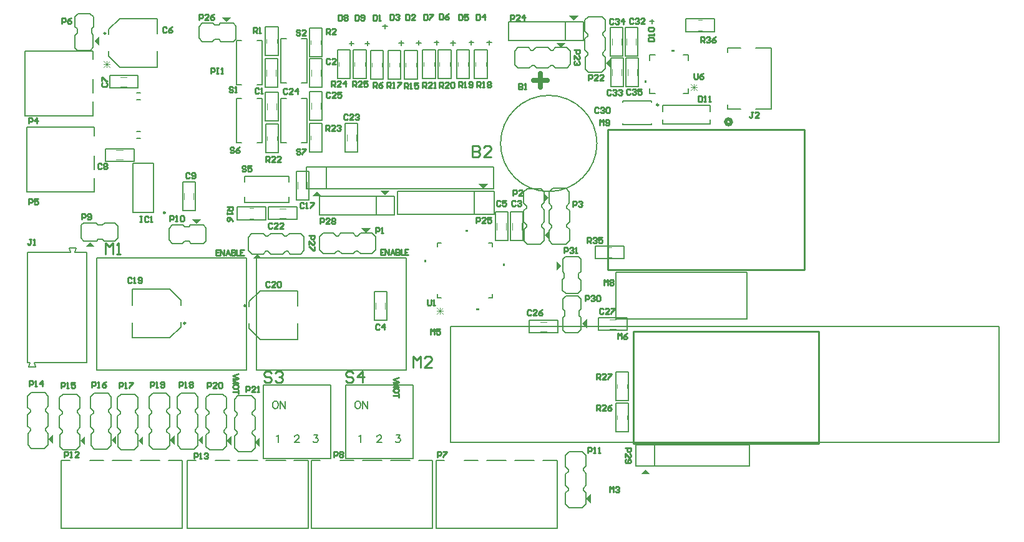
<source format=gto>
G04*
G04 #@! TF.GenerationSoftware,Altium Limited,Altium Designer,18.1.6 (161)*
G04*
G04 Layer_Color=65535*
%FSTAX24Y24*%
%MOIN*%
G70*
G01*
G75*
%ADD10C,0.0098*%
%ADD11C,0.0080*%
%ADD12C,0.0200*%
%ADD13C,0.0050*%
%ADD14C,0.0040*%
%ADD15C,0.0079*%
%ADD16C,0.0070*%
%ADD17C,0.0100*%
%ADD18C,0.0060*%
%ADD19C,0.0250*%
%ADD20C,0.0030*%
G36*
X01136Y0272D02*
X01161Y02695D01*
Y02745D01*
X01136Y0272D01*
D02*
G37*
G36*
X01306Y02712D02*
X01331Y02687D01*
Y02737D01*
X01306Y02712D01*
D02*
G37*
G36*
X01472Y02716D02*
X01497Y02691D01*
Y02741D01*
X01472Y02716D01*
D02*
G37*
G36*
X01616Y02712D02*
X01641Y02687D01*
Y02737D01*
X01616Y02712D01*
D02*
G37*
G36*
X01784Y02716D02*
X01809Y02691D01*
Y02741D01*
X01784Y02716D01*
D02*
G37*
G36*
X01936D02*
X01961Y02691D01*
Y02741D01*
X01936Y02716D01*
D02*
G37*
G36*
X02088Y02712D02*
X02113Y02687D01*
Y02737D01*
X02088Y02712D01*
D02*
G37*
G36*
X0224Y02704D02*
X02265Y02679D01*
Y02729D01*
X0224Y02704D01*
D02*
G37*
G36*
X01359Y03774D02*
X01334Y03749D01*
X01384D01*
X01359Y03774D01*
D02*
G37*
G36*
X01928Y03872D02*
X01953Y03897D01*
X01903D01*
X01928Y03872D01*
D02*
G37*
G36*
X013819Y0485D02*
X014069Y04825D01*
Y04875D01*
X013819Y0485D01*
D02*
G37*
G36*
X02088Y04952D02*
X02113Y04977D01*
X02063D01*
X02088Y04952D01*
D02*
G37*
G36*
X02252Y037103D02*
X02227Y036853D01*
X02277D01*
X02252Y037103D01*
D02*
G37*
G36*
X0257Y04045D02*
X02545Y0402D01*
X02595D01*
X0257Y04045D01*
D02*
G37*
G36*
X028331Y03824D02*
X028581Y03849D01*
X028081D01*
X028331Y03824D01*
D02*
G37*
G36*
X029331Y04026D02*
X029581Y04051D01*
X029081D01*
X029331Y04026D01*
D02*
G37*
G36*
X039428Y0496D02*
X039178Y04985D01*
X039678D01*
X039428Y0496D01*
D02*
G37*
G36*
X03875Y04816D02*
X0385Y04841D01*
X039D01*
X03875Y04816D01*
D02*
G37*
G36*
X044787Y047925D02*
X044637D01*
Y048025D01*
X044787D01*
Y047925D01*
D02*
G37*
G36*
X04137Y04707D02*
X04112Y04732D01*
X04137Y04757D01*
Y04707D01*
D02*
G37*
G36*
X04331Y046251D02*
X04321D01*
Y046401D01*
X04331D01*
Y046251D01*
D02*
G37*
G36*
X0346Y0406D02*
X03435Y04085D01*
X03485D01*
X0346Y0406D01*
D02*
G37*
G36*
X03808Y04013D02*
X03783Y03988D01*
Y04038D01*
X03808Y04013D01*
D02*
G37*
G36*
X033773Y03829D02*
X033623D01*
Y03839D01*
X033773D01*
Y03829D01*
D02*
G37*
G36*
X038102Y03787D02*
X037852Y03812D01*
X038102Y03837D01*
Y03787D01*
D02*
G37*
G36*
X03155Y036657D02*
X03145D01*
Y036807D01*
X03155D01*
Y036657D01*
D02*
G37*
G36*
X03575Y03646D02*
X03565D01*
Y03661D01*
X03575D01*
Y03646D01*
D02*
G37*
G36*
X03875Y03648D02*
X0385Y03623D01*
Y03673D01*
X03875Y03648D01*
D02*
G37*
G36*
X034364Y03409D02*
X034214D01*
Y03419D01*
X034364D01*
Y03409D01*
D02*
G37*
G36*
X04012Y03314D02*
X03987Y03339D01*
X04012Y03364D01*
Y03314D01*
D02*
G37*
G36*
X0435Y02533D02*
X043D01*
X04325Y02558D01*
X0435Y02533D01*
D02*
G37*
G36*
X04033Y02378D02*
X04008Y02403D01*
X04033Y02428D01*
Y02378D01*
D02*
G37*
D10*
X021903Y034352D02*
G03*
X021903Y034352I-000049J0D01*
G01*
X017596Y039321D02*
G03*
X017596Y039321I-000049J0D01*
G01*
X043939Y04509D02*
G03*
X043939Y04509I-000049J0D01*
G01*
X014413Y048922D02*
G03*
X014413Y048922I-000049J0D01*
G01*
X018675Y033408D02*
G03*
X018675Y033408I-000049J0D01*
G01*
D11*
X040654Y043023D02*
G03*
X040654Y043023I-002574J0D01*
G01*
D12*
X04783Y044178D02*
G03*
X04783Y044178I-00015J0D01*
G01*
D13*
X01615Y046D02*
Y04667D01*
X01462Y046D02*
X01615D01*
X01462D02*
Y04667D01*
X01615D01*
X03898Y02372D02*
X03917Y02353D01*
X03898Y02372D02*
Y02434D01*
X03912Y02448D01*
Y02458D01*
X03897Y02473D02*
X03912Y02458D01*
X03897Y02473D02*
Y02533D01*
X03912Y02548D01*
Y02558D01*
X03897Y02573D02*
X03912Y02558D01*
X03897Y02573D02*
Y02633D01*
X03916Y02652D01*
X03988D01*
X04007Y02633D01*
Y02578D02*
Y02633D01*
X03992Y02563D02*
X04007Y02578D01*
X03992Y02553D02*
Y02563D01*
Y02458D02*
X04007Y02473D01*
X03992Y02448D02*
Y02458D01*
Y02448D02*
X04007Y02433D01*
Y02373D02*
Y02433D01*
X03987Y02353D02*
X04007Y02373D01*
X03917Y02353D02*
X03987D01*
X03992Y02553D02*
X04007Y02538D01*
Y02473D02*
Y02538D01*
X0213Y02673D02*
X02149Y02654D01*
X0213Y02673D02*
Y02735D01*
X02144Y02749D01*
Y02759D01*
X02129Y02774D02*
X02144Y02759D01*
X02129Y02774D02*
Y02834D01*
X02144Y02849D01*
Y02859D01*
X02129Y02874D02*
X02144Y02859D01*
X02129Y02874D02*
Y02934D01*
X02148Y02953D01*
X0222D01*
X02239Y02934D01*
Y02879D02*
Y02934D01*
X02224Y02864D02*
X02239Y02879D01*
X02224Y02854D02*
Y02864D01*
Y02759D02*
X02239Y02774D01*
X02224Y02749D02*
Y02759D01*
Y02749D02*
X02239Y02734D01*
Y02674D02*
Y02734D01*
X02219Y02654D02*
X02239Y02674D01*
X02149Y02654D02*
X02219D01*
X02224Y02854D02*
X02239Y02839D01*
Y02774D02*
Y02839D01*
X04057Y03686D02*
Y03754D01*
X04209D01*
Y03686D02*
Y03754D01*
X04057Y03686D02*
X04209D01*
X03703Y03289D02*
Y03356D01*
X03856D01*
Y03289D02*
Y03356D01*
X03703Y03289D02*
X03856D01*
X02876Y0351D02*
X02943D01*
Y03357D02*
Y0351D01*
X02876Y03357D02*
X02943D01*
X02876D02*
Y0351D01*
X041385Y04606D02*
X042055D01*
X041385D02*
Y04759D01*
X042055D01*
Y04606D02*
Y04759D01*
X042195D02*
X042865D01*
Y04606D02*
Y04759D01*
X042195Y04606D02*
X042865D01*
X042195D02*
Y04759D01*
X03218Y048027D02*
X03286D01*
Y046507D02*
Y048027D01*
X03218Y046507D02*
X03286D01*
X03218D02*
Y048027D01*
X03134D02*
X03202D01*
Y046507D02*
Y048027D01*
X03134Y046507D02*
X03202D01*
X03134D02*
Y048027D01*
X04226Y03303D02*
Y0337D01*
X04073Y03303D02*
X04226D01*
X04073D02*
Y0337D01*
X04226D01*
X04166Y02913D02*
X04234D01*
Y02761D02*
Y02913D01*
X04166Y02761D02*
X04234D01*
X04166D02*
Y02913D01*
Y02927D02*
X04234D01*
X04166D02*
Y03079D01*
X04234D01*
Y02927D02*
Y03079D01*
X02531Y046031D02*
Y047561D01*
Y046031D02*
X02598D01*
Y047561D01*
X02531D02*
X02598D01*
Y047678D02*
Y049198D01*
X0253D02*
X02598D01*
X0253Y047678D02*
Y049198D01*
Y047678D02*
X02598D01*
X036035Y037825D02*
Y039355D01*
Y037825D02*
X036705D01*
Y039355D01*
X036035D02*
X036705D01*
X035226Y037825D02*
Y039355D01*
Y037825D02*
X035896D01*
Y039355D01*
X035226D02*
X035896D01*
X024642Y03895D02*
Y03962D01*
X023112Y03895D02*
X024642D01*
X023112D02*
Y03962D01*
X024642D01*
X02248Y030902D02*
Y036902D01*
Y030902D02*
X03048D01*
X02248Y036902D02*
X03048D01*
Y030902D02*
Y036902D01*
X02192Y030902D02*
Y036902D01*
X01392D02*
X02192D01*
X01392Y030902D02*
X02192D01*
X01392D02*
Y036902D01*
X02296Y04253D02*
Y04405D01*
Y04253D02*
X02364D01*
Y04405D01*
X02296D02*
X02364D01*
X02362Y044235D02*
Y045765D01*
X02295D02*
X02362D01*
X02295Y044235D02*
Y045765D01*
Y044235D02*
X02362D01*
X0236Y046025D02*
Y047555D01*
X02293D02*
X0236D01*
X02293Y046025D02*
Y047555D01*
Y046025D02*
X0236D01*
X02531Y044269D02*
X02598D01*
X02531D02*
Y045799D01*
X02598D01*
Y044269D02*
Y045799D01*
X0253Y04409D02*
X02598D01*
Y04257D02*
Y04409D01*
X0253Y04257D02*
X02598D01*
X0253D02*
Y04409D01*
X02145Y03894D02*
X02297D01*
Y03962D01*
X02145D02*
X02297D01*
X02145Y03894D02*
Y03962D01*
X04168Y03374D02*
Y03604D01*
Y03614D02*
X04868D01*
Y03364D02*
Y03614D01*
X04168Y03364D02*
X04868D01*
X04168D02*
Y03374D01*
Y03604D02*
Y03614D01*
X024598Y040015D02*
X025268D01*
X024598D02*
Y041545D01*
X025268D01*
Y040015D02*
Y041545D01*
X028641Y03714D02*
X028831Y03733D01*
X028021Y03714D02*
X028641D01*
X027881Y03728D02*
X028021Y03714D01*
X027781Y03728D02*
X027881D01*
X027631Y03713D02*
X027781Y03728D01*
X027031Y03713D02*
X027631D01*
X026881Y03728D02*
X027031Y03713D01*
X026781Y03728D02*
X026881D01*
X026631Y03713D02*
X026781Y03728D01*
X026031Y03713D02*
X026631D01*
X025841Y03732D02*
X026031Y03713D01*
X025841Y03732D02*
Y03804D01*
X026031Y03823D01*
X026581D01*
X026731Y03808D01*
X026831D01*
X027631Y03823D02*
X027781Y03808D01*
X027881D01*
X028031Y03823D01*
X028631D01*
X028831Y03803D01*
Y03733D02*
Y03803D01*
X026831Y03808D02*
X026981Y03823D01*
X027631D01*
X04002Y04701D02*
X04021Y04682D01*
X04002Y04701D02*
Y04763D01*
X04016Y04777D01*
Y04787D01*
X04001Y04802D02*
X04016Y04787D01*
X04001Y04802D02*
Y04862D01*
X04016Y04877D01*
Y04887D01*
X04001Y04902D02*
X04016Y04887D01*
X04001Y04902D02*
Y04962D01*
X0402Y04981D01*
X04092D01*
X04111Y04962D01*
Y04907D02*
Y04962D01*
X04096Y04892D02*
X04111Y04907D01*
X04096Y04882D02*
Y04892D01*
Y04787D02*
X04111Y04802D01*
X04096Y04777D02*
Y04787D01*
Y04777D02*
X04111Y04762D01*
Y04702D02*
Y04762D01*
X04091Y04682D02*
X04111Y04702D01*
X04021Y04682D02*
X04091D01*
X04096Y04882D02*
X04111Y04867D01*
Y04802D02*
Y04867D01*
X0131Y03865D02*
X01323Y03878D01*
X0139D01*
X01436D02*
X0149D01*
X01507Y03861D01*
Y03798D02*
Y03861D01*
X01489Y0378D02*
X01507Y03798D01*
X01435Y0378D02*
X01489D01*
X0131Y03796D02*
X01325Y03781D01*
X0131Y03796D02*
Y03865D01*
X0139Y03878D02*
X01401Y03867D01*
X01425D01*
X01436Y03878D01*
X01389Y03781D02*
X01392D01*
X01401Y0379D02*
X01425D01*
X01435Y0378D01*
X01325Y03781D02*
X01392D01*
X01401Y0379D01*
X01964Y03768D02*
X01977Y03781D01*
X01897Y03768D02*
X01964D01*
X01797D02*
X01851D01*
X0178Y03785D02*
X01797Y03768D01*
X0178Y03785D02*
Y03848D01*
X01798Y03866D01*
X01852D01*
X01962Y03865D02*
X01977Y0385D01*
Y03781D02*
Y0385D01*
X01886Y03779D02*
X01897Y03768D01*
X01862Y03779D02*
X01886D01*
X01851Y03768D02*
X01862Y03779D01*
X01895Y03865D02*
X01898D01*
X01862Y03856D02*
X01886D01*
X01852Y03866D02*
X01862Y03856D01*
X01895Y03865D02*
X01962D01*
X01886Y03856D02*
X01895Y03865D01*
X01592Y04207D02*
Y04274D01*
X01439Y04207D02*
X01592D01*
X01439D02*
Y04274D01*
X01592D01*
X018535Y03942D02*
X019205D01*
X018535D02*
Y04095D01*
X019205D01*
Y03942D02*
Y04095D01*
X02764Y048027D02*
X02832D01*
Y046507D02*
Y048027D01*
X02764Y046507D02*
X02832D01*
X02764D02*
Y048027D01*
X0268Y04803D02*
X02748D01*
Y04651D02*
Y04803D01*
X0268Y04651D02*
X02748D01*
X0268D02*
Y04803D01*
X03038Y04647D02*
X03106D01*
X03038D02*
Y04799D01*
X03106D01*
Y04647D02*
Y04799D01*
X02363Y047738D02*
Y049258D01*
X02295D02*
X02363D01*
X02295Y047738D02*
Y049258D01*
Y047738D02*
X02363D01*
X03018Y04647D02*
Y04799D01*
X0295D02*
X03018D01*
X0295Y04647D02*
Y04799D01*
Y04647D02*
X03018D01*
X03316Y048027D02*
X03384D01*
Y046507D02*
Y048027D01*
X03316Y046507D02*
X03384D01*
X03316D02*
Y048027D01*
X034112D02*
X034792D01*
Y046507D02*
Y048027D01*
X034112Y046507D02*
X034792D01*
X034112D02*
Y048027D01*
X02202Y038013D02*
X02221Y038203D01*
X02283D01*
X02297Y038063D01*
X02307D01*
X02322Y038213D01*
X02382D01*
X02397Y038063D01*
X02407D01*
X02422Y038213D01*
X02482D01*
X02501Y038023D01*
Y037303D02*
Y038023D01*
X02482Y037113D02*
X02501Y037303D01*
X02427Y037113D02*
X02482D01*
X02412Y037263D02*
X02427Y037113D01*
X02402Y037263D02*
X02412D01*
X02307D02*
X02322Y037113D01*
X02297Y037263D02*
X02307D01*
X02282Y037113D02*
X02297Y037263D01*
X02222Y037113D02*
X02282D01*
X02202Y037313D02*
X02222Y037113D01*
X02202Y037313D02*
Y038013D01*
X02387Y037113D02*
X02402Y037263D01*
X02322Y037113D02*
X02387D01*
X03906Y04706D02*
X03925Y04725D01*
X03844Y04706D02*
X03906D01*
X0383Y0472D02*
X03844Y04706D01*
X0382Y0472D02*
X0383D01*
X03805Y04705D02*
X0382Y0472D01*
X03745Y04705D02*
X03805D01*
X0373Y0472D02*
X03745Y04705D01*
X0372Y0472D02*
X0373D01*
X03705Y04705D02*
X0372Y0472D01*
X03645Y04705D02*
X03705D01*
X03626Y04724D02*
X03645Y04705D01*
X03626Y04724D02*
Y04796D01*
X03645Y04815D01*
X037D01*
X03715Y048D01*
X03725D01*
X03805Y04815D02*
X0382Y048D01*
X0383D01*
X03845Y04815D01*
X03905D01*
X03925Y04795D01*
Y04725D02*
Y04795D01*
X03725Y048D02*
X0374Y04815D01*
X03805D01*
X04216Y04769D02*
X04283D01*
X04216D02*
Y04922D01*
X04283D01*
Y04769D02*
Y04922D01*
X041375Y0477D02*
X042045D01*
X041375D02*
Y04923D01*
X042045D01*
Y0477D02*
Y04923D01*
X04692Y04901D02*
Y04969D01*
X0454Y04901D02*
X04692D01*
X0454D02*
Y04969D01*
X04692D01*
X03899Y04063D02*
X03918Y04044D01*
Y03982D02*
Y04044D01*
X03904Y03968D02*
X03918Y03982D01*
X03904Y03958D02*
Y03968D01*
Y03958D02*
X03919Y03943D01*
Y03883D02*
Y03943D01*
X03904Y03868D02*
X03919Y03883D01*
X03904Y03858D02*
Y03868D01*
Y03858D02*
X03919Y03843D01*
Y03783D02*
Y03843D01*
X039Y03764D02*
X03919Y03783D01*
X03828Y03764D02*
X039D01*
X03809Y03783D02*
X03828Y03764D01*
X03809Y03783D02*
Y03838D01*
X03824Y03853D01*
Y03863D01*
X03809Y03943D02*
X03824Y03958D01*
Y03968D01*
X03809Y03983D02*
X03824Y03968D01*
X03809Y03983D02*
Y04043D01*
X03829Y04063D01*
X03899D01*
X03809Y03878D02*
X03824Y03863D01*
X03809Y03878D02*
Y03943D01*
X03966Y03697D02*
X03979Y03684D01*
Y03617D02*
Y03684D01*
Y03517D02*
Y03571D01*
X03962Y035D02*
X03979Y03517D01*
X03899Y035D02*
X03962D01*
X03881Y03518D02*
X03899Y035D01*
X03881Y03518D02*
Y03572D01*
X03882Y03682D02*
X03897Y03697D01*
X03966D01*
X03968Y03606D02*
X03979Y03617D01*
X03968Y03582D02*
Y03606D01*
Y03582D02*
X03979Y03571D01*
X03882Y03615D02*
Y03618D01*
X03891Y03582D02*
Y03606D01*
X03881Y03572D02*
X03891Y03582D01*
X03882Y03615D02*
Y03682D01*
Y03615D02*
X03891Y03606D01*
X03883Y03303D02*
X03896Y0329D01*
X03883Y03303D02*
Y0337D01*
Y03416D02*
Y0347D01*
X039Y03487D01*
X03963D01*
X03981Y03469D01*
Y03415D02*
Y03469D01*
X03965Y0329D02*
X0398Y03305D01*
X03896Y0329D02*
X03965D01*
X03883Y0337D02*
X03894Y03381D01*
Y03405D01*
X03883Y03416D02*
X03894Y03405D01*
X0398Y03369D02*
Y03372D01*
X03971Y03381D02*
Y03405D01*
X03981Y03415D01*
X0398Y03305D02*
Y03372D01*
X03971Y03381D02*
X0398Y03372D01*
X06203Y02702D02*
X06213D01*
Y03322D01*
X03283D02*
X06213D01*
X03283Y02702D02*
Y03322D01*
Y02702D02*
X06203D01*
X0272Y0441D02*
X02787D01*
Y04257D02*
Y0441D01*
X0272Y04257D02*
X02787D01*
X0272D02*
Y0441D01*
X02124Y04848D02*
X02137Y04861D01*
X02057Y04848D02*
X02124D01*
X01957D02*
X02011D01*
X0194Y04865D02*
X01957Y04848D01*
X0194Y04865D02*
Y04928D01*
X01958Y04946D01*
X02012D01*
X02122Y04945D02*
X02137Y0493D01*
Y04861D02*
Y0493D01*
X02046Y04859D02*
X02057Y04848D01*
X02022Y04859D02*
X02046D01*
X02011Y04848D02*
X02022Y04859D01*
X02055Y04945D02*
X02058D01*
X02022Y04936D02*
X02046D01*
X02012Y04946D02*
X02022Y04936D01*
X02055Y04945D02*
X02122D01*
X02046Y04936D02*
X02055Y04945D01*
X012779Y04814D02*
X012909Y04801D01*
X012779Y04814D02*
Y04881D01*
Y04927D02*
Y04981D01*
X012949Y04998D01*
X013579D01*
X013759Y0498D01*
Y04926D02*
Y0498D01*
X013599Y04801D02*
X013749Y04816D01*
X012909Y04801D02*
X013599D01*
X012779Y04881D02*
X012889Y04892D01*
Y04916D01*
X012779Y04927D02*
X012889Y04916D01*
X013749Y0488D02*
Y04883D01*
X013659Y04892D02*
Y04916D01*
X013759Y04926D01*
X013749Y04816D02*
Y04883D01*
X013659Y04892D02*
X013749Y04883D01*
X036752Y03781D02*
X036942Y03762D01*
X036752Y03781D02*
Y03843D01*
X036892Y03857D01*
Y03867D01*
X036742Y03882D02*
X036892Y03867D01*
X036742Y03882D02*
Y03942D01*
X036892Y03957D01*
Y03967D01*
X036742Y03982D02*
X036892Y03967D01*
X036742Y03982D02*
Y04042D01*
X036932Y04061D01*
X037652D01*
X037842Y04042D01*
Y03987D02*
Y04042D01*
X037692Y03972D02*
X037842Y03987D01*
X037692Y03962D02*
Y03972D01*
Y03867D02*
X037842Y03882D01*
X037692Y03857D02*
Y03867D01*
Y03857D02*
X037842Y03842D01*
Y03782D02*
Y03842D01*
X037642Y03762D02*
X037842Y03782D01*
X036942Y03762D02*
X037642D01*
X037692Y03962D02*
X037842Y03947D01*
Y03882D02*
Y03947D01*
X028566Y04647D02*
X029246D01*
X028566D02*
Y04799D01*
X029246D01*
Y04647D02*
Y04799D01*
X01935Y02786D02*
Y02851D01*
X0192Y02866D02*
X01935Y02851D01*
X01845Y02666D02*
X01915D01*
X01935Y02686D01*
Y02746D01*
X0192Y02761D02*
X01935Y02746D01*
X0192Y02761D02*
Y02771D01*
X01935Y02786D01*
X0192Y02866D02*
Y02876D01*
X01935Y02891D01*
Y02946D01*
X01916Y02965D02*
X01935Y02946D01*
X01844Y02965D02*
X01916D01*
X01825Y02946D02*
X01844Y02965D01*
X01825Y02886D02*
Y02946D01*
Y02886D02*
X0184Y02871D01*
Y02861D02*
Y02871D01*
X01825Y02846D02*
X0184Y02861D01*
X01825Y02786D02*
Y02846D01*
Y02786D02*
X0184Y02771D01*
Y02761D02*
Y02771D01*
X01826Y02747D02*
X0184Y02761D01*
X01826Y02685D02*
Y02747D01*
Y02685D02*
X01845Y02666D01*
X01305Y02782D02*
Y02847D01*
X0129Y02862D02*
X01305Y02847D01*
X01215Y02662D02*
X01285D01*
X01305Y02682D01*
Y02742D01*
X0129Y02757D02*
X01305Y02742D01*
X0129Y02757D02*
Y02767D01*
X01305Y02782D01*
X0129Y02862D02*
Y02872D01*
X01305Y02887D01*
Y02942D01*
X01286Y02961D02*
X01305Y02942D01*
X01214Y02961D02*
X01286D01*
X01195Y02942D02*
X01214Y02961D01*
X01195Y02882D02*
Y02942D01*
Y02882D02*
X0121Y02867D01*
Y02857D02*
Y02867D01*
X01195Y02842D02*
X0121Y02857D01*
X01195Y02782D02*
Y02842D01*
Y02782D02*
X0121Y02767D01*
Y02757D02*
Y02767D01*
X01196Y02743D02*
X0121Y02757D01*
X01196Y02681D02*
Y02743D01*
Y02681D02*
X01215Y02662D01*
X01135Y0279D02*
Y02855D01*
X0112Y0287D02*
X01135Y02855D01*
X01045Y0267D02*
X01115D01*
X01135Y0269D01*
Y0275D01*
X0112Y02765D02*
X01135Y0275D01*
X0112Y02765D02*
Y02775D01*
X01135Y0279D01*
X0112Y0287D02*
Y0288D01*
X01135Y02895D01*
Y0295D01*
X01116Y02969D02*
X01135Y0295D01*
X01044Y02969D02*
X01116D01*
X01025Y0295D02*
X01044Y02969D01*
X01025Y0289D02*
Y0295D01*
Y0289D02*
X0104Y02875D01*
Y02865D02*
Y02875D01*
X01025Y0285D02*
X0104Y02865D01*
X01025Y0279D02*
Y0285D01*
Y0279D02*
X0104Y02775D01*
Y02765D02*
Y02775D01*
X01026Y02751D02*
X0104Y02765D01*
X01026Y02689D02*
Y02751D01*
Y02689D02*
X01045Y0267D01*
X01615Y02782D02*
Y02847D01*
X016Y02862D02*
X01615Y02847D01*
X01525Y02662D02*
X01595D01*
X01615Y02682D01*
Y02742D01*
X016Y02757D02*
X01615Y02742D01*
X016Y02757D02*
Y02767D01*
X01615Y02782D01*
X016Y02862D02*
Y02872D01*
X01615Y02887D01*
Y02942D01*
X01596Y02961D02*
X01615Y02942D01*
X01524Y02961D02*
X01596D01*
X01505Y02942D02*
X01524Y02961D01*
X01505Y02882D02*
Y02942D01*
Y02882D02*
X0152Y02867D01*
Y02857D02*
Y02867D01*
X01505Y02842D02*
X0152Y02857D01*
X01505Y02782D02*
Y02842D01*
Y02782D02*
X0152Y02767D01*
Y02757D02*
Y02767D01*
X01506Y02743D02*
X0152Y02757D01*
X01506Y02681D02*
Y02743D01*
Y02681D02*
X01525Y02662D01*
X01471Y02786D02*
Y02851D01*
X01456Y02866D02*
X01471Y02851D01*
X01381Y02666D02*
X01451D01*
X01471Y02686D01*
Y02746D01*
X01456Y02761D02*
X01471Y02746D01*
X01456Y02761D02*
Y02771D01*
X01471Y02786D01*
X01456Y02866D02*
Y02876D01*
X01471Y02891D01*
Y02946D01*
X01452Y02965D02*
X01471Y02946D01*
X0138Y02965D02*
X01452D01*
X01361Y02946D02*
X0138Y02965D01*
X01361Y02886D02*
Y02946D01*
Y02886D02*
X01376Y02871D01*
Y02861D02*
Y02871D01*
X01361Y02846D02*
X01376Y02861D01*
X01361Y02786D02*
Y02846D01*
Y02786D02*
X01376Y02771D01*
Y02761D02*
Y02771D01*
X01362Y02747D02*
X01376Y02761D01*
X01362Y02685D02*
Y02747D01*
Y02685D02*
X01381Y02666D01*
X01783Y02786D02*
Y02851D01*
X01768Y02866D02*
X01783Y02851D01*
X01693Y02666D02*
X01763D01*
X01783Y02686D01*
Y02746D01*
X01768Y02761D02*
X01783Y02746D01*
X01768Y02761D02*
Y02771D01*
X01783Y02786D01*
X01768Y02866D02*
Y02876D01*
X01783Y02891D01*
Y02946D01*
X01764Y02965D02*
X01783Y02946D01*
X01692Y02965D02*
X01764D01*
X01673Y02946D02*
X01692Y02965D01*
X01673Y02886D02*
Y02946D01*
Y02886D02*
X01688Y02871D01*
Y02861D02*
Y02871D01*
X01673Y02846D02*
X01688Y02861D01*
X01673Y02786D02*
Y02846D01*
Y02786D02*
X01688Y02771D01*
Y02761D02*
Y02771D01*
X01674Y02747D02*
X01688Y02761D01*
X01674Y02685D02*
Y02747D01*
Y02685D02*
X01693Y02666D01*
X02087Y02782D02*
Y02847D01*
X02072Y02862D02*
X02087Y02847D01*
X01997Y02662D02*
X02067D01*
X02087Y02682D01*
Y02742D01*
X02072Y02757D02*
X02087Y02742D01*
X02072Y02757D02*
Y02767D01*
X02087Y02782D01*
X02072Y02862D02*
Y02872D01*
X02087Y02887D01*
Y02942D01*
X02068Y02961D02*
X02087Y02942D01*
X01996Y02961D02*
X02068D01*
X01977Y02942D02*
X01996Y02961D01*
X01977Y02882D02*
Y02942D01*
Y02882D02*
X01992Y02867D01*
Y02857D02*
Y02867D01*
X01977Y02842D02*
X01992Y02857D01*
X01977Y02782D02*
Y02842D01*
Y02782D02*
X01992Y02767D01*
Y02757D02*
Y02767D01*
X01978Y02743D02*
X01992Y02757D01*
X01978Y02681D02*
Y02743D01*
Y02681D02*
X01997Y02662D01*
X032089Y048548D02*
Y048291D01*
X03196Y048419D02*
X032217D01*
X028389Y048507D02*
Y04825D01*
X02826Y048379D02*
X028517D01*
X027549Y048507D02*
Y04825D01*
X02742Y048379D02*
X027677D01*
X029337Y049158D02*
Y049415D01*
X029466Y049287D02*
X029209D01*
X032978Y048525D02*
Y048268D01*
X032849Y048396D02*
X033106D01*
X033949Y048548D02*
Y048291D01*
X03382Y048419D02*
X034077D01*
X03489Y048548D02*
Y048291D01*
X034761Y048419D02*
X035018D01*
X030209Y048532D02*
Y048275D01*
X03008Y048404D02*
X030337D01*
X031129Y04854D02*
Y048283D01*
X031Y048412D02*
X031257D01*
X043713Y049551D02*
X043456D01*
X043585Y04968D02*
Y049423D01*
D14*
X01521Y04658D02*
X01555D01*
X01521Y04608D02*
X01555D01*
X04123Y03693D02*
X04143D01*
X04123Y03748D02*
X04143D01*
X03763Y03298D02*
X03797D01*
X03763Y03348D02*
X03797D01*
X02885Y03416D02*
Y0345D01*
X02935Y03416D02*
Y0345D01*
X041965Y04666D02*
Y047D01*
X041465Y04666D02*
Y047D01*
X042285Y04665D02*
Y04699D01*
X042785Y04665D02*
Y04699D01*
X03225Y047167D02*
Y047367D01*
X0328Y047167D02*
Y047367D01*
X03141Y047167D02*
Y047367D01*
X03196Y047167D02*
Y047367D01*
X04132Y03361D02*
X04166D01*
X04132Y03311D02*
X04166D01*
X04173Y02827D02*
Y02847D01*
X04228Y02827D02*
Y02847D01*
X04227Y02993D02*
Y03013D01*
X04172Y02993D02*
Y03013D01*
X0259Y046621D02*
Y046961D01*
X0254Y046621D02*
Y046961D01*
X02536Y048338D02*
Y048538D01*
X02591Y048338D02*
Y048538D01*
X036625Y038415D02*
Y038755D01*
X036125Y038415D02*
Y038755D01*
X035816Y038415D02*
Y038755D01*
X035316Y038415D02*
Y038755D01*
X023702Y03953D02*
X024042D01*
X023702Y03903D02*
X024042D01*
X02358Y04319D02*
Y04339D01*
X02303Y04319D02*
Y04339D01*
Y044835D02*
Y045175D01*
X02353Y044835D02*
Y045175D01*
X02301Y046625D02*
Y046965D01*
X02351Y046625D02*
Y046965D01*
X02589Y044869D02*
Y045209D01*
X02539Y044869D02*
Y045209D01*
X02537Y04323D02*
Y04343D01*
X02592Y04323D02*
Y04343D01*
X02211Y03956D02*
X02231D01*
X02211Y03901D02*
X02231D01*
X025178Y040615D02*
Y040955D01*
X024678Y040615D02*
Y040955D01*
X01498Y04265D02*
X01532D01*
X01498Y04215D02*
X01532D01*
X019115Y04002D02*
Y04036D01*
X018615Y04002D02*
Y04036D01*
X02771Y047167D02*
Y047367D01*
X02826Y047167D02*
Y047367D01*
X02687Y04717D02*
Y04737D01*
X02742Y04717D02*
Y04737D01*
X03099Y04713D02*
Y04733D01*
X03044Y04713D02*
Y04733D01*
X02301Y048398D02*
Y048598D01*
X02356Y048398D02*
Y048598D01*
X02956Y04713D02*
Y04733D01*
X03011Y04713D02*
Y04733D01*
X03323Y047167D02*
Y047367D01*
X03378Y047167D02*
Y047367D01*
X034182Y047167D02*
Y047367D01*
X034732Y047167D02*
Y047367D01*
X04274Y04829D02*
Y04863D01*
X04224Y04829D02*
Y04863D01*
X041955Y0483D02*
Y04864D01*
X041455Y0483D02*
Y04864D01*
X04606Y04962D02*
X04626D01*
X04606Y04907D02*
X04626D01*
X02729Y04316D02*
Y0435D01*
X02779Y04316D02*
Y0435D01*
X029176Y04713D02*
Y04733D01*
X028626Y04713D02*
Y04733D01*
D15*
X030835Y026161D02*
Y030099D01*
X027245Y026161D02*
X030835D01*
X027245D02*
Y030099D01*
X030835D01*
X022845D02*
X026435D01*
X022845Y026161D02*
Y030099D01*
Y026161D02*
X026435D01*
Y030099D01*
X022061Y033131D02*
Y033387D01*
Y034293D02*
Y034549D01*
X022651Y032541D02*
X024659D01*
X022651Y035139D02*
X024659D01*
Y032541D02*
Y033387D01*
Y034332D02*
Y035139D01*
X022061Y034549D02*
X022651Y035139D01*
X022061Y033131D02*
X022651Y032541D01*
X016956Y039321D02*
Y041959D01*
X015854Y039321D02*
Y041959D01*
Y039321D02*
X016956D01*
X015854Y041959D02*
X016956D01*
X04671Y04474D02*
Y04504D01*
X04417Y04473D02*
Y04505D01*
Y04408D02*
X0467D01*
X04417Y04505D02*
X04671D01*
X0467Y04408D02*
Y044309D01*
X04417Y04408D02*
Y044309D01*
X021849Y041254D02*
X024211D01*
X021849Y040978D02*
Y041254D01*
X024211Y040978D02*
Y041254D01*
Y039876D02*
Y040152D01*
X021849Y039876D02*
Y040152D01*
Y039876D02*
X024211D01*
X023781Y043056D02*
Y045418D01*
Y043056D02*
X024057D01*
X023781Y045418D02*
X024057D01*
X024883D02*
X025159D01*
X024883Y043056D02*
X025159D01*
Y045418D01*
X021391Y043059D02*
Y045421D01*
Y043059D02*
X021667D01*
X021391Y045421D02*
X021667D01*
X022493D02*
X022769D01*
X022493Y043059D02*
X022769D01*
Y045421D01*
X023781Y046256D02*
Y048618D01*
Y046256D02*
X024057D01*
X023781Y048618D02*
X024057D01*
X024883D02*
X025159D01*
X024883Y046256D02*
X025159D01*
Y048618D01*
X022769Y046179D02*
Y048541D01*
X022493D02*
X022769D01*
X022493Y046179D02*
X022769D01*
X021391D02*
X021667D01*
X021391Y048541D02*
X021667D01*
X021391Y046179D02*
Y048541D01*
X014571Y047701D02*
Y047957D01*
Y048863D02*
Y049119D01*
X015161Y047111D02*
X017169D01*
X015161Y049709D02*
X017169D01*
Y047111D02*
Y047957D01*
Y048902D02*
Y049709D01*
X014571Y049119D02*
X015161Y049709D01*
X014571Y047701D02*
X015161Y047111D01*
X010594Y031299D02*
X013386D01*
X010236D02*
X010378D01*
X013386D02*
Y037205D01*
X010236Y031299D02*
Y037205D01*
X010594Y031299D02*
X010683Y031063D01*
X010289D02*
X010378Y031299D01*
X010289Y031063D02*
X010683D01*
X012451Y037441D02*
X012844D01*
X012451D02*
X012539Y037205D01*
X012756D02*
X012844Y037441D01*
X012756Y037205D02*
X013386D01*
X010236D02*
X012539D01*
X013811Y041642D02*
Y042378D01*
X010189Y043894D02*
X013811D01*
X010189Y040426D02*
Y043894D01*
Y040426D02*
X013811D01*
Y043441D02*
Y043894D01*
Y040426D02*
Y041178D01*
X013731Y045722D02*
Y046458D01*
X010109Y047974D02*
X013731D01*
X010109Y044506D02*
Y047974D01*
Y044506D02*
X013731D01*
Y047521D02*
Y047974D01*
Y044506D02*
Y045258D01*
X037774Y026051D02*
X038526D01*
X032058D02*
X032511D01*
X038526Y022429D02*
Y026051D01*
X032058Y022429D02*
X038526D01*
X032058D02*
Y026051D01*
X033574D02*
X03431D01*
X034774D02*
X03581D01*
X036274D02*
X03731D01*
X031122D02*
X031874D01*
X025406D02*
X025859D01*
X031874Y022429D02*
Y026051D01*
X025406Y022429D02*
X031874D01*
X025406D02*
Y026051D01*
X026922D02*
X027658D01*
X028122D02*
X029158D01*
X029622D02*
X030658D01*
X024482D02*
X025234D01*
X018766D02*
X019219D01*
X025234Y022429D02*
Y026051D01*
X018766Y022429D02*
X025234D01*
X018766D02*
Y026051D01*
X020282D02*
X021018D01*
X021482D02*
X022518D01*
X022982D02*
X024018D01*
X017762D02*
X018514D01*
X012046D02*
X012499D01*
X018514Y022429D02*
Y026051D01*
X012046Y022429D02*
X018514D01*
X012046D02*
Y026051D01*
X013562D02*
X014298D01*
X014762D02*
X015798D01*
X016262D02*
X017298D01*
X017829Y035219D02*
X018419Y034629D01*
X017829Y032621D02*
X018419Y033211D01*
X015821Y032621D02*
Y033428D01*
Y034373D02*
Y035219D01*
Y032621D02*
X017829D01*
X015821Y035219D02*
X017829D01*
X018419Y033211D02*
Y033467D01*
Y034373D02*
Y034629D01*
D16*
X02514Y0406D02*
Y04177D01*
X03515Y0406D02*
Y04177D01*
X02514D02*
X03515D01*
X02514Y0406D02*
X03515D01*
X02621D02*
Y04176D01*
X025831Y0402D02*
X029831D01*
Y0392D02*
Y0402D01*
X025831Y0392D02*
X029831D01*
X025831D02*
Y0402D01*
X028881Y03921D02*
Y0402D01*
X0488Y02575D02*
Y0269D01*
X04274Y02575D02*
Y0269D01*
Y02575D02*
X0488D01*
X04274Y0269D02*
X0488D01*
X04375Y02575D02*
Y02688D01*
X03411Y03926D02*
Y04044D01*
X02999Y03924D02*
Y04046D01*
X03517Y03924D02*
Y04046D01*
X02999D02*
X03517D01*
X02999Y03924D02*
X03517D01*
X035928Y04954D02*
X039928D01*
Y04854D02*
Y04954D01*
X035928Y04854D02*
X039928D01*
X035928D02*
Y04954D01*
X038978Y04855D02*
Y04954D01*
D17*
X05172Y036282D02*
Y043782D01*
X04122Y036282D02*
X05172D01*
X04122D02*
Y043782D01*
X05172D01*
X0426Y02695D02*
X052273D01*
X0426D02*
Y03295D01*
X0525D01*
Y02695D02*
Y03295D01*
X052273Y02695D02*
X0525D01*
X029286Y03735D02*
X0291D01*
Y03705D01*
X029286D01*
X0291Y037207D02*
X029214D01*
X029336Y03735D02*
Y03705D01*
Y03735D02*
X029536Y03705D01*
Y03735D02*
Y03705D01*
X029847D02*
X029733Y03735D01*
X029618Y03705D01*
X029661Y03715D02*
X029804D01*
X029917Y03735D02*
Y03705D01*
Y03735D02*
X030046D01*
X030088Y037336D01*
X030103Y037321D01*
X030117Y037293D01*
Y037264D01*
X030103Y037236D01*
X030088Y037221D01*
X030046Y037207D01*
X029917D02*
X030046D01*
X030088Y037193D01*
X030103Y037179D01*
X030117Y03715D01*
Y037107D01*
X030103Y037079D01*
X030088Y037064D01*
X030046Y03705D01*
X029917D01*
X030184Y03735D02*
Y03705D01*
X030355D01*
X030574Y03735D02*
X030388D01*
Y03705D01*
X030574D01*
X030388Y037207D02*
X030503D01*
X03008Y030502D02*
X02978Y030387D01*
X03008Y030273D02*
X02978Y030387D01*
X03008Y030234D02*
X02978D01*
X03008D02*
X02978Y03012D01*
X03008Y030006D02*
X02978Y03012D01*
X03008Y030006D02*
X02978D01*
X03008Y029835D02*
X030066Y029863D01*
X030037Y029892D01*
X030009Y029906D01*
X029966Y02992D01*
X029894D01*
X029851Y029906D01*
X029823Y029892D01*
X029794Y029863D01*
X02978Y029835D01*
Y029777D01*
X029794Y029749D01*
X029823Y02972D01*
X029851Y029706D01*
X029894Y029692D01*
X029966D01*
X030009Y029706D01*
X030037Y02972D01*
X030066Y029749D01*
X03008Y029777D01*
Y029835D01*
Y029522D02*
X02978D01*
X03008Y029622D02*
Y029422D01*
X021505Y030705D02*
X021205Y030591D01*
X021505Y030476D02*
X021205Y030591D01*
X021505Y030438D02*
X021205D01*
X021505D02*
X021205Y030324D01*
X021505Y030209D02*
X021205Y030324D01*
X021505Y030209D02*
X021205D01*
X021505Y030038D02*
X021491Y030067D01*
X021462Y030095D01*
X021434Y030109D01*
X021391Y030124D01*
X021319D01*
X021276Y030109D01*
X021248Y030095D01*
X021219Y030067D01*
X021205Y030038D01*
Y029981D01*
X021219Y029952D01*
X021248Y029924D01*
X021276Y029909D01*
X021319Y029895D01*
X021391D01*
X021434Y029909D01*
X021462Y029924D01*
X021491Y029952D01*
X021505Y029981D01*
Y030038D01*
Y029725D02*
X021205D01*
X021505Y029825D02*
Y029625D01*
X020496Y03734D02*
X02031D01*
Y03704D01*
X020496D01*
X02031Y037197D02*
X020424D01*
X020546Y03734D02*
Y03704D01*
Y03734D02*
X020746Y03704D01*
Y03734D02*
Y03704D01*
X021057D02*
X020943Y03734D01*
X020828Y03704D01*
X020871Y03714D02*
X021014D01*
X021127Y03734D02*
Y03704D01*
Y03734D02*
X021256D01*
X021298Y037326D01*
X021313Y037311D01*
X021327Y037283D01*
Y037254D01*
X021313Y037226D01*
X021298Y037211D01*
X021256Y037197D01*
X021127D02*
X021256D01*
X021298Y037183D01*
X021313Y037169D01*
X021327Y03714D01*
Y037097D01*
X021313Y037069D01*
X021298Y037054D01*
X021256Y03704D01*
X021127D01*
X021394Y03734D02*
Y03704D01*
X021565D01*
X021784Y03734D02*
X021598D01*
Y03704D01*
X021784D01*
X021598Y037197D02*
X021713D01*
X04062Y0304D02*
Y0307D01*
X04077D01*
X04082Y03065D01*
Y03055D01*
X04077Y0305D01*
X04062D01*
X04072D02*
X04082Y0304D01*
X04112D02*
X04092D01*
X04112Y0306D01*
Y03065D01*
X04107Y0307D01*
X04097D01*
X04092Y03065D01*
X04122Y0307D02*
X04142D01*
Y03065D01*
X04122Y03045D01*
Y0304D01*
X04062Y02874D02*
Y02904D01*
X04077D01*
X04082Y02899D01*
Y02889D01*
X04077Y02884D01*
X04062D01*
X04072D02*
X04082Y02874D01*
X04112D02*
X04092D01*
X04112Y02894D01*
Y02899D01*
X04107Y02904D01*
X04097D01*
X04092Y02899D01*
X04142Y02904D02*
X04132Y02899D01*
X04122Y02889D01*
Y02879D01*
X04127Y02874D01*
X04137D01*
X04142Y02879D01*
Y02884D01*
X04137Y02889D01*
X04122D01*
X023312Y03873D02*
X023262Y03878D01*
X023162D01*
X023112Y03873D01*
Y03853D01*
X023162Y03848D01*
X023262D01*
X023312Y03853D01*
X023611Y03848D02*
X023411D01*
X023611Y03868D01*
Y03873D01*
X023561Y03878D01*
X023461D01*
X023411Y03873D01*
X023911Y03848D02*
X023711D01*
X023911Y03868D01*
Y03873D01*
X023861Y03878D01*
X023761D01*
X023711Y03873D01*
X02328Y03074D02*
X02318Y03084D01*
X02298D01*
X02288Y03074D01*
Y03064D01*
X02298Y03054D01*
X02318D01*
X02328Y03044D01*
Y03034D01*
X02318Y03024D01*
X02298D01*
X02288Y03034D01*
X02348Y03074D02*
X02358Y03084D01*
X02378D01*
X02388Y03074D01*
Y03064D01*
X02378Y03054D01*
X02368D01*
X02378D01*
X02388Y03044D01*
Y03034D01*
X02378Y03024D01*
X02358D01*
X02348Y03034D01*
X039355Y039635D02*
Y039935D01*
X039505D01*
X039555Y039885D01*
Y039785D01*
X039505Y039735D01*
X039355D01*
X039655Y039885D02*
X039705Y039935D01*
X039805D01*
X039855Y039885D01*
Y039835D01*
X039805Y039785D01*
X039755D01*
X039805D01*
X039855Y039735D01*
Y039685D01*
X039805Y039635D01*
X039705D01*
X039655Y039685D01*
X027645Y03074D02*
X027545Y03084D01*
X027345D01*
X027245Y03074D01*
Y03064D01*
X027345Y03054D01*
X027545D01*
X027645Y03044D01*
Y03034D01*
X027545Y03024D01*
X027345D01*
X027245Y03034D01*
X028144Y03024D02*
Y03084D01*
X027845Y03054D01*
X028244D01*
X04584Y046779D02*
Y046529D01*
X04589Y046479D01*
X04599D01*
X04604Y046529D01*
Y046779D01*
X04634D02*
X04624Y046729D01*
X04614Y046629D01*
Y046529D01*
X04619Y046479D01*
X04629D01*
X04634Y046529D01*
Y046579D01*
X04629Y046629D01*
X04614D01*
X024805Y042695D02*
X024755Y042745D01*
X024655D01*
X024605Y042695D01*
Y042645D01*
X024655Y042595D01*
X024755D01*
X024805Y042545D01*
Y042495D01*
X024755Y042445D01*
X024655D01*
X024605Y042495D01*
X024905Y042745D02*
X025105D01*
Y042695D01*
X024905Y042495D01*
Y042445D01*
X02126Y04278D02*
X02121Y04283D01*
X02111D01*
X02106Y04278D01*
Y04273D01*
X02111Y04268D01*
X02121D01*
X02126Y04263D01*
Y04258D01*
X02121Y04253D01*
X02111D01*
X02106Y04258D01*
X02156Y04283D02*
X02146Y04278D01*
X02136Y04268D01*
Y04258D01*
X02141Y04253D01*
X02151D01*
X02156Y04258D01*
Y04263D01*
X02151Y04268D01*
X02136D01*
X021893Y041774D02*
X021843Y041824D01*
X021743D01*
X021693Y041774D01*
Y041724D01*
X021743Y041674D01*
X021843D01*
X021893Y041624D01*
Y041574D01*
X021843Y041524D01*
X021743D01*
X021693Y041574D01*
X022193Y041824D02*
X021993D01*
Y041674D01*
X022093Y041724D01*
X022143D01*
X022193Y041674D01*
Y041574D01*
X022143Y041524D01*
X022043D01*
X021993Y041574D01*
X0276Y046058D02*
Y046358D01*
X02775D01*
X0278Y046308D01*
Y046208D01*
X02775Y046158D01*
X0276D01*
X0277D02*
X0278Y046058D01*
X0281D02*
X0279D01*
X0281Y046258D01*
Y046308D01*
X02805Y046358D01*
X02795D01*
X0279Y046308D01*
X0284Y046358D02*
X0282D01*
Y046208D01*
X0283Y046258D01*
X02835D01*
X0284Y046208D01*
Y046108D01*
X02835Y046058D01*
X02825D01*
X0282Y046108D01*
X02648Y046071D02*
Y046371D01*
X02663D01*
X02668Y046321D01*
Y046221D01*
X02663Y046171D01*
X02648D01*
X02658D02*
X02668Y046071D01*
X02698D02*
X02678D01*
X02698Y046271D01*
Y046321D01*
X02693Y046371D01*
X02683D01*
X02678Y046321D01*
X02723Y046071D02*
Y046371D01*
X02708Y046221D01*
X02728D01*
X02616Y0437D02*
Y044D01*
X02631D01*
X02636Y04395D01*
Y04385D01*
X02631Y0438D01*
X02616D01*
X02626D02*
X02636Y0437D01*
X02666D02*
X02646D01*
X02666Y0439D01*
Y04395D01*
X02661Y044D01*
X02651D01*
X02646Y04395D01*
X02676D02*
X02681Y044D01*
X02691D01*
X02696Y04395D01*
Y0439D01*
X02691Y04385D01*
X02686D01*
X02691D01*
X02696Y0438D01*
Y04375D01*
X02691Y0437D01*
X02681D01*
X02676Y04375D01*
X02296Y04204D02*
Y04234D01*
X02311D01*
X02316Y04229D01*
Y04219D01*
X02311Y04214D01*
X02296D01*
X02306D02*
X02316Y04204D01*
X02346D02*
X02326D01*
X02346Y04224D01*
Y04229D01*
X02341Y04234D01*
X02331D01*
X02326Y04229D01*
X02376Y04204D02*
X02356D01*
X02376Y04224D01*
Y04229D01*
X02371Y04234D01*
X02361D01*
X02356Y04229D01*
X03134Y045999D02*
Y046299D01*
X03149D01*
X03154Y046249D01*
Y046149D01*
X03149Y046099D01*
X03134D01*
X03144D02*
X03154Y045999D01*
X03184D02*
X03164D01*
X03184Y046199D01*
Y046249D01*
X03179Y046299D01*
X03169D01*
X03164Y046249D01*
X03194Y045999D02*
X03204D01*
X03199D01*
Y046299D01*
X03194Y046249D01*
X03224Y045999D02*
Y046299D01*
X03239D01*
X03244Y046249D01*
Y046149D01*
X03239Y046099D01*
X03224D01*
X03234D02*
X03244Y045999D01*
X03274D02*
X03254D01*
X03274Y046199D01*
Y046249D01*
X03269Y046299D01*
X03259D01*
X03254Y046249D01*
X03284D02*
X03289Y046299D01*
X03299D01*
X03304Y046249D01*
Y046049D01*
X03299Y045999D01*
X03289D01*
X03284Y046049D01*
Y046249D01*
X03326Y046031D02*
Y046331D01*
X03341D01*
X03346Y046281D01*
Y046181D01*
X03341Y046131D01*
X03326D01*
X03336D02*
X03346Y046031D01*
X03356D02*
X03366D01*
X03361D01*
Y046331D01*
X03356Y046281D01*
X03381Y046081D02*
X03386Y046031D01*
X03396D01*
X03401Y046081D01*
Y046281D01*
X03396Y046331D01*
X03386D01*
X03381Y046281D01*
Y046231D01*
X03386Y046181D01*
X03401D01*
X03424Y046031D02*
Y046331D01*
X03439D01*
X03444Y046281D01*
Y046181D01*
X03439Y046131D01*
X03424D01*
X03434D02*
X03444Y046031D01*
X03454D02*
X03464D01*
X03459D01*
Y046331D01*
X03454Y046281D01*
X03479D02*
X03484Y046331D01*
X03494D01*
X03499Y046281D01*
Y046231D01*
X03494Y046181D01*
X03499Y046131D01*
Y046081D01*
X03494Y046031D01*
X03484D01*
X03479Y046081D01*
Y046131D01*
X03484Y046181D01*
X03479Y046231D01*
Y046281D01*
X03484Y046181D02*
X03494D01*
X04619Y04842D02*
Y04872D01*
X04634D01*
X04639Y04867D01*
Y04857D01*
X04634Y04852D01*
X04619D01*
X04629D02*
X04639Y04842D01*
X04649Y04867D02*
X04654Y04872D01*
X04664D01*
X04669Y04867D01*
Y04862D01*
X04664Y04857D01*
X04659D01*
X04664D01*
X04669Y04852D01*
Y04847D01*
X04664Y04842D01*
X04654D01*
X04649Y04847D01*
X04699Y04872D02*
X04689Y04867D01*
X04679Y04857D01*
Y04847D01*
X04684Y04842D01*
X04694D01*
X04699Y04847D01*
Y04852D01*
X04694Y04857D01*
X04679D01*
X040145Y037685D02*
Y037985D01*
X040295D01*
X040345Y037935D01*
Y037835D01*
X040295Y037785D01*
X040145D01*
X040245D02*
X040345Y037685D01*
X040445Y037935D02*
X040495Y037985D01*
X040595D01*
X040645Y037935D01*
Y037885D01*
X040595Y037835D01*
X040545D01*
X040595D01*
X040645Y037785D01*
Y037735D01*
X040595Y037685D01*
X040495D01*
X040445Y037735D01*
X040945Y037985D02*
X040745D01*
Y037835D01*
X040845Y037885D01*
X040895D01*
X040945Y037835D01*
Y037735D01*
X040895Y037685D01*
X040795D01*
X040745Y037735D01*
X0209Y03962D02*
X0212D01*
Y03947D01*
X02115Y03942D01*
X02105D01*
X021Y03947D01*
Y03962D01*
Y03952D02*
X0209Y03942D01*
Y03932D02*
Y03922D01*
Y03927D01*
X0212D01*
X02115Y03932D01*
X0212Y03887D02*
X02115Y03897D01*
X02105Y03907D01*
X02095D01*
X0209Y03902D01*
Y03892D01*
X02095Y03887D01*
X021D01*
X02105Y03892D01*
Y03907D01*
X02944Y046003D02*
Y046303D01*
X02959D01*
X02964Y046253D01*
Y046153D01*
X02959Y046103D01*
X02944D01*
X02954D02*
X02964Y046003D01*
X02974D02*
X02984D01*
X02979D01*
Y046303D01*
X02974Y046253D01*
X02999Y046303D02*
X03019D01*
Y046253D01*
X02999Y046053D01*
Y046003D01*
X030353Y045962D02*
Y046262D01*
X030503D01*
X030553Y046212D01*
Y046112D01*
X030503Y046062D01*
X030353D01*
X030453D02*
X030553Y045962D01*
X030653D02*
X030753D01*
X030703D01*
Y046262D01*
X030653Y046212D01*
X031102Y046262D02*
X030903D01*
Y046112D01*
X031003Y046162D01*
X031053D01*
X031102Y046112D01*
Y046012D01*
X031053Y045962D01*
X030953D01*
X030903Y046012D01*
X025875Y03872D02*
Y03902D01*
X026025D01*
X026075Y03897D01*
Y03887D01*
X026025Y03882D01*
X025875D01*
X026375Y03872D02*
X026175D01*
X026375Y03892D01*
Y03897D01*
X026325Y03902D01*
X026225D01*
X026175Y03897D01*
X026475D02*
X026525Y03902D01*
X026625D01*
X026675Y03897D01*
Y03892D01*
X026625Y03887D01*
X026675Y03882D01*
Y03877D01*
X026625Y03872D01*
X026525D01*
X026475Y03877D01*
Y03882D01*
X026525Y03887D01*
X026475Y03892D01*
Y03897D01*
X026525Y03887D02*
X026625D01*
X02526Y0381D02*
X02556D01*
Y03795D01*
X02551Y0379D01*
X02541D01*
X02536Y03795D01*
Y0381D01*
X02526Y0376D02*
Y0378D01*
X02546Y0376D01*
X02551D01*
X02556Y03765D01*
Y03775D01*
X02551Y0378D01*
X02556Y0375D02*
Y0373D01*
X02551D01*
X02531Y0375D01*
X02526D01*
X01941Y049645D02*
Y049945D01*
X01956D01*
X01961Y049895D01*
Y049795D01*
X01956Y049745D01*
X01941D01*
X01991Y049645D02*
X01971D01*
X01991Y049845D01*
Y049895D01*
X01986Y049945D01*
X01976D01*
X01971Y049895D01*
X02021Y049945D02*
X02011Y049895D01*
X02001Y049795D01*
Y049695D01*
X02006Y049645D01*
X02016D01*
X02021Y049695D01*
Y049745D01*
X02016Y049795D01*
X02001D01*
X034214Y03878D02*
Y03908D01*
X034364D01*
X034414Y03903D01*
Y03893D01*
X034364Y03888D01*
X034214D01*
X034714Y03878D02*
X034514D01*
X034714Y03898D01*
Y03903D01*
X034664Y03908D01*
X034564D01*
X034514Y03903D01*
X035014Y03908D02*
X034814D01*
Y03893D01*
X034914Y03898D01*
X034964D01*
X035014Y03893D01*
Y03883D01*
X034964Y03878D01*
X034864D01*
X034814Y03883D01*
X036018Y0496D02*
Y0499D01*
X036168D01*
X036218Y04985D01*
Y04975D01*
X036168Y0497D01*
X036018D01*
X036518Y0496D02*
X036318D01*
X036518Y0498D01*
Y04985D01*
X036468Y0499D01*
X036368D01*
X036318Y04985D01*
X036768Y0496D02*
Y0499D01*
X036618Y04975D01*
X036818D01*
X0389Y037155D02*
Y037455D01*
X03905D01*
X0391Y037405D01*
Y037305D01*
X03905Y037255D01*
X0389D01*
X0392Y037405D02*
X03925Y037455D01*
X03935D01*
X0394Y037405D01*
Y037355D01*
X03935Y037305D01*
X0393D01*
X03935D01*
X0394Y037255D01*
Y037205D01*
X03935Y037155D01*
X03925D01*
X0392Y037205D01*
X0395Y037155D02*
X0396D01*
X03955D01*
Y037455D01*
X0395Y037405D01*
X04002Y03459D02*
Y03489D01*
X04017D01*
X04022Y03484D01*
Y03474D01*
X04017Y03469D01*
X04002D01*
X04032Y03484D02*
X04037Y03489D01*
X04047D01*
X04052Y03484D01*
Y03479D01*
X04047Y03474D01*
X04042D01*
X04047D01*
X04052Y03469D01*
Y03464D01*
X04047Y03459D01*
X04037D01*
X04032Y03464D01*
X04062Y03484D02*
X04067Y03489D01*
X04077D01*
X04082Y03484D01*
Y03464D01*
X04077Y03459D01*
X04067D01*
X04062Y03464D01*
Y03484D01*
X04216Y02672D02*
X04246D01*
Y02657D01*
X04241Y02652D01*
X04231D01*
X04226Y02657D01*
Y02672D01*
X04216Y02622D02*
Y02642D01*
X04236Y02622D01*
X04241D01*
X04246Y02627D01*
Y02637D01*
X04241Y02642D01*
X04221Y02612D02*
X04216Y02607D01*
Y02597D01*
X04221Y02592D01*
X04241D01*
X04246Y02597D01*
Y02607D01*
X04241Y02612D01*
X04236D01*
X04231Y02607D01*
Y02592D01*
X03942Y048022D02*
X03972D01*
Y047872D01*
X03967Y047822D01*
X03957D01*
X03952Y047872D01*
Y048022D01*
X03942Y047522D02*
Y047722D01*
X03962Y047522D01*
X03967D01*
X03972Y047572D01*
Y047672D01*
X03967Y047722D01*
Y047422D02*
X03972Y047372D01*
Y047272D01*
X03967Y047222D01*
X03962D01*
X03957Y047272D01*
Y047322D01*
Y047272D01*
X03952Y047222D01*
X03947D01*
X03942Y047272D01*
Y047372D01*
X03947Y047422D01*
X04021Y0464D02*
Y0467D01*
X04036D01*
X04041Y04665D01*
Y04655D01*
X04036Y0465D01*
X04021D01*
X04071Y0464D02*
X04051D01*
X04071Y0466D01*
Y04665D01*
X04066Y0467D01*
X04056D01*
X04051Y04665D01*
X04101Y0464D02*
X04081D01*
X04101Y0466D01*
Y04665D01*
X04096Y0467D01*
X04086D01*
X04081Y04665D01*
X040805Y043985D02*
Y044285D01*
X040905Y044185D01*
X041005Y044285D01*
Y043985D01*
X041105Y044035D02*
X041155Y043985D01*
X041255D01*
X041305Y044035D01*
Y044235D01*
X041255Y044285D01*
X041155D01*
X041105Y044235D01*
Y044185D01*
X041155Y044135D01*
X041305D01*
X04104Y03544D02*
Y03574D01*
X04114Y03564D01*
X04124Y03574D01*
Y03544D01*
X04134Y03569D02*
X04139Y03574D01*
X04149D01*
X04154Y03569D01*
Y03564D01*
X04149Y03559D01*
X04154Y03554D01*
Y03549D01*
X04149Y03544D01*
X04139D01*
X04134Y03549D01*
Y03554D01*
X04139Y03559D01*
X04134Y03564D01*
Y03569D01*
X04139Y03559D02*
X04149D01*
X04176Y03256D02*
Y03286D01*
X04186Y03276D01*
X04196Y03286D01*
Y03256D01*
X04226Y03286D02*
X04216Y03281D01*
X04206Y03271D01*
Y03261D01*
X04211Y03256D01*
X04221D01*
X04226Y03261D01*
Y03266D01*
X04221Y03271D01*
X04206D01*
X03178Y03281D02*
Y03311D01*
X03188Y03301D01*
X03198Y03311D01*
Y03281D01*
X03228Y03311D02*
X03208D01*
Y03296D01*
X03218Y03301D01*
X03223D01*
X03228Y03296D01*
Y03286D01*
X03223Y03281D01*
X03213D01*
X03208Y03286D01*
X041341Y02436D02*
Y02466D01*
X041441Y02456D01*
X041541Y02466D01*
Y02436D01*
X041641Y02461D02*
X041691Y02466D01*
X041791D01*
X041841Y02461D01*
Y02456D01*
X041791Y02451D01*
X041741D01*
X041791D01*
X041841Y02446D01*
Y02441D01*
X041791Y02436D01*
X041691D01*
X041641Y02441D01*
X049Y0447D02*
X0489D01*
X04895D01*
Y04445D01*
X0489Y0444D01*
X04885D01*
X0488Y04445D01*
X0493Y0444D02*
X0491D01*
X0493Y0446D01*
Y04465D01*
X04925Y0447D01*
X04915D01*
X0491Y04465D01*
X02772Y04991D02*
Y049611D01*
X02787D01*
X02792Y049661D01*
Y049861D01*
X02787Y04991D01*
X02772D01*
X02802Y049661D02*
X02807Y049611D01*
X02817D01*
X02822Y049661D01*
Y049861D01*
X02817Y04991D01*
X02807D01*
X02802Y049861D01*
Y049811D01*
X02807Y049761D01*
X02822D01*
X02684Y049913D02*
Y049613D01*
X02699D01*
X02704Y049663D01*
Y049863D01*
X02699Y049913D01*
X02684D01*
X02714Y049863D02*
X02719Y049913D01*
X02729D01*
X02734Y049863D01*
Y049813D01*
X02729Y049763D01*
X02734Y049713D01*
Y049663D01*
X02729Y049613D01*
X02719D01*
X02714Y049663D01*
Y049713D01*
X02719Y049763D01*
X02714Y049813D01*
Y049863D01*
X02719Y049763D02*
X02729D01*
X03141Y049941D02*
Y049641D01*
X03156D01*
X03161Y049691D01*
Y049891D01*
X03156Y049941D01*
X03141D01*
X03171D02*
X03191D01*
Y049891D01*
X03171Y049691D01*
Y049641D01*
X03224Y049951D02*
Y049651D01*
X03239D01*
X03244Y049701D01*
Y049901D01*
X03239Y049951D01*
X03224D01*
X03274D02*
X03264Y049901D01*
X03254Y049801D01*
Y049701D01*
X03259Y049651D01*
X03269D01*
X03274Y049701D01*
Y049751D01*
X03269Y049801D01*
X03254D01*
X03326Y049931D02*
Y049631D01*
X03341D01*
X03346Y049681D01*
Y049881D01*
X03341Y049931D01*
X03326D01*
X03376D02*
X03356D01*
Y049781D01*
X03366Y049831D01*
X03371D01*
X03376Y049781D01*
Y049681D01*
X03371Y049631D01*
X03361D01*
X03356Y049681D01*
X034201Y049941D02*
Y049641D01*
X034351D01*
X034401Y049691D01*
Y049891D01*
X034351Y049941D01*
X034201D01*
X034651Y049641D02*
Y049941D01*
X034501Y049791D01*
X034701D01*
X04608Y045555D02*
Y045255D01*
X04623D01*
X04628Y045305D01*
Y045505D01*
X04623Y045555D01*
X04608D01*
X04638Y045255D02*
X04648D01*
X04643D01*
Y045555D01*
X04638Y045505D01*
X04663Y045255D02*
X04673D01*
X04668D01*
Y045555D01*
X04663Y045505D01*
X04339Y048485D02*
X04369D01*
Y048635D01*
X04364Y048685D01*
X04344D01*
X04339Y048635D01*
Y048485D01*
X04369Y048785D02*
Y048885D01*
Y048835D01*
X04339D01*
X04344Y048785D01*
Y049035D02*
X04339Y049085D01*
Y049185D01*
X04344Y049235D01*
X04364D01*
X04369Y049185D01*
Y049085D01*
X04364Y049035D01*
X04344D01*
X0296Y049935D02*
Y049635D01*
X02975D01*
X0298Y049685D01*
Y049885D01*
X02975Y049935D01*
X0296D01*
X0299Y049885D02*
X02995Y049935D01*
X03005D01*
X0301Y049885D01*
Y049835D01*
X03005Y049785D01*
X03D01*
X03005D01*
X0301Y049735D01*
Y049685D01*
X03005Y049635D01*
X02995D01*
X0299Y049685D01*
X03044Y049923D02*
Y049623D01*
X03059D01*
X03064Y049673D01*
Y049873D01*
X03059Y049923D01*
X03044D01*
X03094Y049623D02*
X03074D01*
X03094Y049823D01*
Y049873D01*
X03089Y049923D01*
X03079D01*
X03074Y049873D01*
X0264Y045719D02*
X02635Y045769D01*
X02625D01*
X0262Y045719D01*
Y045519D01*
X02625Y045469D01*
X02635D01*
X0264Y045519D01*
X0267Y045469D02*
X0265D01*
X0267Y045669D01*
Y045719D01*
X02665Y045769D01*
X02655D01*
X0265Y045719D01*
X027Y045769D02*
X0268D01*
Y045619D01*
X0269Y045669D01*
X02695D01*
X027Y045619D01*
Y045519D01*
X02695Y045469D01*
X02685D01*
X0268Y045519D01*
X024105Y04593D02*
X024055Y04598D01*
X023955D01*
X023905Y04593D01*
Y04573D01*
X023955Y04568D01*
X024055D01*
X024105Y04573D01*
X024405Y04568D02*
X024205D01*
X024405Y04588D01*
Y04593D01*
X024355Y04598D01*
X024255D01*
X024205Y04593D01*
X024655Y04568D02*
Y04598D01*
X024505Y04583D01*
X024705D01*
X02734Y044539D02*
X02729Y044589D01*
X02719D01*
X02714Y044539D01*
Y044339D01*
X02719Y044289D01*
X02729D01*
X02734Y044339D01*
X02764Y044289D02*
X02744D01*
X02764Y044489D01*
Y044539D01*
X02759Y044589D01*
X02749D01*
X02744Y044539D01*
X02774D02*
X02779Y044589D01*
X02789D01*
X02794Y044539D01*
Y044489D01*
X02789Y044439D01*
X02784D01*
X02789D01*
X02794Y044389D01*
Y044339D01*
X02789Y044289D01*
X02779D01*
X02774Y044339D01*
X042445Y04589D02*
X042395Y04594D01*
X042295D01*
X042245Y04589D01*
Y04569D01*
X042295Y04564D01*
X042395D01*
X042445Y04569D01*
X042545Y04589D02*
X042595Y04594D01*
X042695D01*
X042745Y04589D01*
Y04584D01*
X042695Y04579D01*
X042645D01*
X042695D01*
X042745Y04574D01*
Y04569D01*
X042695Y04564D01*
X042595D01*
X042545Y04569D01*
X043045Y04594D02*
X042845D01*
Y04579D01*
X042945Y04584D01*
X042995D01*
X043045Y04579D01*
Y04569D01*
X042995Y04564D01*
X042895D01*
X042845Y04569D01*
X04153Y04966D02*
X04148Y04971D01*
X04138D01*
X04133Y04966D01*
Y04946D01*
X04138Y04941D01*
X04148D01*
X04153Y04946D01*
X04163Y04966D02*
X04168Y04971D01*
X04178D01*
X04183Y04966D01*
Y04961D01*
X04178Y04956D01*
X04173D01*
X04178D01*
X04183Y04951D01*
Y04946D01*
X04178Y04941D01*
X04168D01*
X04163Y04946D01*
X04208Y04941D02*
Y04971D01*
X04193Y04956D01*
X04213D01*
X04139Y045865D02*
X04134Y045915D01*
X04124D01*
X04119Y045865D01*
Y045665D01*
X04124Y045615D01*
X04134D01*
X04139Y045665D01*
X04149Y045865D02*
X04154Y045915D01*
X04164D01*
X04169Y045865D01*
Y045815D01*
X04164Y045765D01*
X04159D01*
X04164D01*
X04169Y045715D01*
Y045665D01*
X04164Y045615D01*
X04154D01*
X04149Y045665D01*
X04179Y045865D02*
X04184Y045915D01*
X04194D01*
X04199Y045865D01*
Y045815D01*
X04194Y045765D01*
X04189D01*
X04194D01*
X04199Y045715D01*
Y045665D01*
X04194Y045615D01*
X04184D01*
X04179Y045665D01*
X042595Y049675D02*
X042545Y049725D01*
X042445D01*
X042395Y049675D01*
Y049475D01*
X042445Y049425D01*
X042545D01*
X042595Y049475D01*
X042695Y049675D02*
X042745Y049725D01*
X042845D01*
X042895Y049675D01*
Y049625D01*
X042845Y049575D01*
X042795D01*
X042845D01*
X042895Y049525D01*
Y049475D01*
X042845Y049425D01*
X042745D01*
X042695Y049475D01*
X043195Y049425D02*
X042995D01*
X043195Y049625D01*
Y049675D01*
X043145Y049725D01*
X043045D01*
X042995Y049675D01*
X040735Y0449D02*
X040685Y04495D01*
X040585D01*
X040535Y0449D01*
Y0447D01*
X040585Y04465D01*
X040685D01*
X040735Y0447D01*
X040835Y0449D02*
X040885Y04495D01*
X040985D01*
X041035Y0449D01*
Y04485D01*
X040985Y0448D01*
X040935D01*
X040985D01*
X041035Y04475D01*
Y0447D01*
X040985Y04465D01*
X040885D01*
X040835Y0447D01*
X041135Y0449D02*
X041185Y04495D01*
X041285D01*
X041335Y0449D01*
Y0447D01*
X041285Y04465D01*
X041185D01*
X041135Y0447D01*
Y0449D01*
X041Y034165D02*
X04095Y034215D01*
X04085D01*
X0408Y034165D01*
Y033965D01*
X04085Y033915D01*
X04095D01*
X041Y033965D01*
X0413Y033915D02*
X0411D01*
X0413Y034115D01*
Y034165D01*
X04125Y034215D01*
X04115D01*
X0411Y034165D01*
X0414Y034215D02*
X0416D01*
Y034165D01*
X0414Y033965D01*
Y033915D01*
X03714Y03407D02*
X03709Y03412D01*
X03699D01*
X03694Y03407D01*
Y03387D01*
X03699Y03382D01*
X03709D01*
X03714Y03387D01*
X03744Y03382D02*
X03724D01*
X03744Y03402D01*
Y03407D01*
X03739Y03412D01*
X03729D01*
X03724Y03407D01*
X03774Y03412D02*
X03764Y03407D01*
X03754Y03397D01*
Y03387D01*
X03759Y03382D01*
X03769D01*
X03774Y03387D01*
Y03392D01*
X03769Y03397D01*
X03754D01*
X021915Y02972D02*
Y03002D01*
X022065D01*
X022115Y02997D01*
Y02987D01*
X022065Y02982D01*
X021915D01*
X022415Y02972D02*
X022215D01*
X022415Y02992D01*
Y02997D01*
X022365Y03002D01*
X022265D01*
X022215Y02997D01*
X022515Y02972D02*
X022615D01*
X022565D01*
Y03002D01*
X022515Y02997D01*
X01984Y02994D02*
Y03024D01*
X01999D01*
X02004Y03019D01*
Y03009D01*
X01999Y03004D01*
X01984D01*
X02034Y02994D02*
X02014D01*
X02034Y03014D01*
Y03019D01*
X02029Y03024D01*
X02019D01*
X02014Y03019D01*
X02044D02*
X02049Y03024D01*
X02059D01*
X02064Y03019D01*
Y02999D01*
X02059Y02994D01*
X02049D01*
X02044Y02999D01*
Y03019D01*
X0168Y02998D02*
Y03028D01*
X01695D01*
X017Y03023D01*
Y03013D01*
X01695Y03008D01*
X0168D01*
X0171Y02998D02*
X0172D01*
X01715D01*
Y03028D01*
X0171Y03023D01*
X01735Y03003D02*
X0174Y02998D01*
X0175D01*
X01755Y03003D01*
Y03023D01*
X0175Y03028D01*
X0174D01*
X01735Y03023D01*
Y03018D01*
X0174Y03013D01*
X01755D01*
X01832Y02998D02*
Y03028D01*
X01847D01*
X01852Y03023D01*
Y03013D01*
X01847Y03008D01*
X01832D01*
X01862Y02998D02*
X01872D01*
X01867D01*
Y03028D01*
X01862Y03023D01*
X01887D02*
X01892Y03028D01*
X01902D01*
X01907Y03023D01*
Y03018D01*
X01902Y03013D01*
X01907Y03008D01*
Y03003D01*
X01902Y02998D01*
X01892D01*
X01887Y03003D01*
Y03008D01*
X01892Y03013D01*
X01887Y03018D01*
Y03023D01*
X01892Y03013D02*
X01902D01*
X01512Y02994D02*
Y03024D01*
X01527D01*
X01532Y03019D01*
Y03009D01*
X01527Y03004D01*
X01512D01*
X01542Y02994D02*
X01552D01*
X01547D01*
Y03024D01*
X01542Y03019D01*
X01567Y03024D02*
X01587D01*
Y03019D01*
X01567Y02999D01*
Y02994D01*
X01368Y02998D02*
Y03028D01*
X01383D01*
X01388Y03023D01*
Y03013D01*
X01383Y03008D01*
X01368D01*
X01398Y02998D02*
X01408D01*
X01403D01*
Y03028D01*
X01398Y03023D01*
X01443Y03028D02*
X01433Y03023D01*
X01423Y03013D01*
Y03003D01*
X01428Y02998D01*
X01438D01*
X01443Y03003D01*
Y03008D01*
X01438Y03013D01*
X01423D01*
X01202Y02994D02*
Y03024D01*
X01217D01*
X01222Y03019D01*
Y03009D01*
X01217Y03004D01*
X01202D01*
X01232Y02994D02*
X01242D01*
X01237D01*
Y03024D01*
X01232Y03019D01*
X01277Y03024D02*
X01257D01*
Y03009D01*
X01267Y03014D01*
X01272D01*
X01277Y03009D01*
Y02999D01*
X01272Y02994D01*
X01262D01*
X01257Y02999D01*
X01032Y03002D02*
Y03032D01*
X01047D01*
X01052Y03027D01*
Y03017D01*
X01047Y03012D01*
X01032D01*
X01062Y03002D02*
X01072D01*
X01067D01*
Y03032D01*
X01062Y03027D01*
X01102Y03002D02*
Y03032D01*
X01087Y03017D01*
X01107D01*
X01912Y02616D02*
Y02646D01*
X01927D01*
X01932Y02641D01*
Y02631D01*
X01927Y02626D01*
X01912D01*
X01942Y02616D02*
X01952D01*
X01947D01*
Y02646D01*
X01942Y02641D01*
X01967D02*
X01972Y02646D01*
X01982D01*
X01987Y02641D01*
Y02636D01*
X01982Y02631D01*
X01977D01*
X01982D01*
X01987Y02626D01*
Y02621D01*
X01982Y02616D01*
X01972D01*
X01967Y02621D01*
X04017Y026455D02*
Y026755D01*
X04032D01*
X04037Y026705D01*
Y026605D01*
X04032Y026555D01*
X04017D01*
X04047Y026455D02*
X04057D01*
X04052D01*
Y026755D01*
X04047Y026705D01*
X04072Y026455D02*
X04082D01*
X04077D01*
Y026755D01*
X04072Y026705D01*
X01784Y038852D02*
Y039151D01*
X01799D01*
X01804Y039101D01*
Y039002D01*
X01799Y038952D01*
X01784D01*
X01814Y038852D02*
X01824D01*
X01819D01*
Y039151D01*
X01814Y039101D01*
X01839D02*
X01844Y039151D01*
X01854D01*
X01859Y039101D01*
Y038902D01*
X01854Y038852D01*
X01844D01*
X01839Y038902D01*
Y039101D01*
X01312Y03896D02*
Y03926D01*
X01327D01*
X01332Y03921D01*
Y03911D01*
X01327Y03906D01*
X01312D01*
X01342Y03901D02*
X01347Y03896D01*
X01357D01*
X01362Y03901D01*
Y03921D01*
X01357Y03926D01*
X01347D01*
X01342Y03921D01*
Y03916D01*
X01347Y03911D01*
X01362D01*
X028825Y03823D02*
Y03853D01*
X028975D01*
X029025Y03848D01*
Y03838D01*
X028975Y03833D01*
X028825D01*
X029125Y03823D02*
X029225D01*
X029175D01*
Y03853D01*
X029125Y03848D01*
X023175Y03559D02*
X023125Y03564D01*
X023025D01*
X022975Y03559D01*
Y03539D01*
X023025Y03534D01*
X023125D01*
X023175Y03539D01*
X023475Y03534D02*
X023275D01*
X023475Y03554D01*
Y03559D01*
X023425Y03564D01*
X023325D01*
X023275Y03559D01*
X023575D02*
X023625Y03564D01*
X023725D01*
X023775Y03559D01*
Y03539D01*
X023725Y03534D01*
X023625D01*
X023575Y03539D01*
Y03559D01*
X0158Y03581D02*
X01575Y03586D01*
X01565D01*
X0156Y03581D01*
Y03561D01*
X01565Y03556D01*
X01575D01*
X0158Y03561D01*
X0159Y03556D02*
X016D01*
X01595D01*
Y03586D01*
X0159Y03581D01*
X01615Y03561D02*
X0162Y03556D01*
X0163D01*
X01635Y03561D01*
Y03581D01*
X0163Y03586D01*
X0162D01*
X01615Y03581D01*
Y03576D01*
X0162Y03571D01*
X01635D01*
X012079Y04944D02*
Y04974D01*
X012229D01*
X012279Y04969D01*
Y04959D01*
X012229Y04954D01*
X012079D01*
X012578Y04974D02*
X012478Y04969D01*
X012378Y04959D01*
Y04949D01*
X012428Y04944D01*
X012528D01*
X012578Y04949D01*
Y04954D01*
X012528Y04959D01*
X012378D01*
X010289Y039765D02*
Y040065D01*
X010439D01*
X010489Y040015D01*
Y039915D01*
X010439Y039865D01*
X010289D01*
X010789Y040065D02*
X010589D01*
Y039915D01*
X010689Y039965D01*
X010739D01*
X010789Y039915D01*
Y039815D01*
X010739Y039765D01*
X010639D01*
X010589Y039815D01*
X010289Y044095D02*
Y044395D01*
X010439D01*
X010489Y044345D01*
Y044245D01*
X010439Y044195D01*
X010289D01*
X010739Y044095D02*
Y044395D01*
X010589Y044245D01*
X010789D01*
X030835Y03104D02*
Y03164D01*
X031035Y03144D01*
X031235Y03164D01*
Y03104D01*
X031835D02*
X031435D01*
X031835Y03144D01*
Y03154D01*
X031735Y03164D01*
X031535D01*
X031435Y03154D01*
X0144Y037103D02*
Y037702D01*
X0146Y037503D01*
X0148Y037702D01*
Y037103D01*
X015D02*
X0152D01*
X0151D01*
Y037702D01*
X015Y037603D01*
X03159Y03465D02*
Y0344D01*
X03164Y03435D01*
X03174D01*
X03179Y0344D01*
Y03465D01*
X03189Y03435D02*
X03199D01*
X03194D01*
Y03465D01*
X03189Y0346D01*
X02479Y04905D02*
X02474Y0491D01*
X02464D01*
X02459Y04905D01*
Y049D01*
X02464Y04895D01*
X02474D01*
X02479Y0489D01*
Y04885D01*
X02474Y0488D01*
X02464D01*
X02459Y04885D01*
X02509Y0488D02*
X02489D01*
X02509Y049D01*
Y04905D01*
X02504Y0491D01*
X02494D01*
X02489Y04905D01*
X02121Y046D02*
X02116Y04605D01*
X02106D01*
X02101Y046D01*
Y04595D01*
X02106Y0459D01*
X02116D01*
X02121Y04585D01*
Y0458D01*
X02116Y04575D01*
X02106D01*
X02101Y0458D01*
X02131Y04575D02*
X02141D01*
X02136D01*
Y04605D01*
X02131Y046D01*
X028691Y046003D02*
Y046303D01*
X028841D01*
X028891Y046253D01*
Y046153D01*
X028841Y046103D01*
X028691D01*
X028791D02*
X028891Y046003D01*
X029191Y046303D02*
X029091Y046253D01*
X028991Y046153D01*
Y046053D01*
X029041Y046003D01*
X029141D01*
X029191Y046053D01*
Y046103D01*
X029141Y046153D01*
X028991D01*
X0262Y04888D02*
Y04918D01*
X02635D01*
X0264Y04913D01*
Y04903D01*
X02635Y04898D01*
X0262D01*
X0263D02*
X0264Y04888D01*
X0267D02*
X0265D01*
X0267Y04908D01*
Y04913D01*
X02665Y04918D01*
X02655D01*
X0265Y04913D01*
X022285Y04894D02*
Y04924D01*
X022435D01*
X022485Y04919D01*
Y04909D01*
X022435Y04904D01*
X022285D01*
X022385D02*
X022485Y04894D01*
X022585D02*
X022685D01*
X022635D01*
Y04924D01*
X022585Y04919D01*
X020025Y046756D02*
Y047056D01*
X020175D01*
X020225Y047006D01*
Y046906D01*
X020175Y046856D01*
X020025D01*
X020325Y047056D02*
X020425D01*
X020375D01*
Y046756D01*
X020325D01*
X020425D01*
X020575D02*
X020675D01*
X020625D01*
Y047056D01*
X020575Y047006D01*
X01221Y02624D02*
Y02654D01*
X01236D01*
X01241Y02649D01*
Y02639D01*
X01236Y02634D01*
X01221D01*
X01251Y02624D02*
X01261D01*
X01256D01*
Y02654D01*
X01251Y02649D01*
X01296Y02624D02*
X01276D01*
X01296Y02644D01*
Y02649D01*
X01291Y02654D01*
X01281D01*
X01276Y02649D01*
X02659Y026235D02*
Y026535D01*
X02674D01*
X02679Y026485D01*
Y026385D01*
X02674Y026335D01*
X02659D01*
X02689Y026485D02*
X02694Y026535D01*
X02704D01*
X02709Y026485D01*
Y026435D01*
X02704Y026385D01*
X02709Y026335D01*
Y026285D01*
X02704Y026235D01*
X02694D01*
X02689Y026285D01*
Y026335D01*
X02694Y026385D01*
X02689Y026435D01*
Y026485D01*
X02694Y026385D02*
X02704D01*
X03213Y02624D02*
Y02654D01*
X03228D01*
X03233Y02649D01*
Y02639D01*
X03228Y02634D01*
X03213D01*
X03243Y02654D02*
X03263D01*
Y02649D01*
X03243Y02629D01*
Y02624D01*
X036172Y04024D02*
Y04054D01*
X036322D01*
X036372Y04049D01*
Y04039D01*
X036322Y04034D01*
X036172D01*
X036672Y04024D02*
X036472D01*
X036672Y04044D01*
Y04049D01*
X036622Y04054D01*
X036522D01*
X036472Y04049D01*
X01044Y0379D02*
X01034D01*
X01039D01*
Y03765D01*
X01034Y0376D01*
X01029D01*
X01024Y03765D01*
X01054Y0376D02*
X01064D01*
X01059D01*
Y0379D01*
X01054Y03785D01*
X01624Y03912D02*
X01634D01*
X01629D01*
Y03882D01*
X01624D01*
X01634D01*
X01669Y03907D02*
X01664Y03912D01*
X01654D01*
X01649Y03907D01*
Y03887D01*
X01654Y03882D01*
X01664D01*
X01669Y03887D01*
X01679Y03882D02*
X01689D01*
X01684D01*
Y03912D01*
X01679Y03907D01*
X028691Y049915D02*
Y049615D01*
X028841D01*
X028891Y049665D01*
Y049865D01*
X028841Y049915D01*
X028691D01*
X028991Y049615D02*
X029091D01*
X029041D01*
Y049915D01*
X028991Y049865D01*
X024989Y039815D02*
X024939Y039865D01*
X024839D01*
X024789Y039815D01*
Y039615D01*
X024839Y039565D01*
X024939D01*
X024989Y039615D01*
X025089Y039565D02*
X025189D01*
X025139D01*
Y039865D01*
X025089Y039815D01*
X025339Y039865D02*
X025539D01*
Y039815D01*
X025339Y039615D01*
Y039565D01*
X01889Y041415D02*
X01884Y041465D01*
X01874D01*
X01869Y041415D01*
Y041215D01*
X01874Y041165D01*
X01884D01*
X01889Y041215D01*
X01899D02*
X01904Y041165D01*
X01914D01*
X01919Y041215D01*
Y041415D01*
X01914Y041465D01*
X01904D01*
X01899Y041415D01*
Y041365D01*
X01904Y041315D01*
X01919D01*
X0142Y04191D02*
X01415Y04196D01*
X01405D01*
X014Y04191D01*
Y04171D01*
X01405Y04166D01*
X01415D01*
X0142Y04171D01*
X0143Y04191D02*
X01435Y04196D01*
X01445D01*
X0145Y04191D01*
Y04186D01*
X01445Y04181D01*
X0145Y04176D01*
Y04171D01*
X01445Y04166D01*
X01435D01*
X0143Y04171D01*
Y04176D01*
X01435Y04181D01*
X0143Y04186D01*
Y04191D01*
X01435Y04181D02*
X01445D01*
X014245Y04628D02*
X014195Y04623D01*
Y04613D01*
X014245Y04608D01*
X014445D01*
X014495Y04613D01*
Y04623D01*
X014445Y04628D01*
X014195Y04638D02*
Y04658D01*
X014245D01*
X014445Y04638D01*
X014495D01*
X017655Y04921D02*
X017605Y04926D01*
X017505D01*
X017455Y04921D01*
Y04901D01*
X017505Y04896D01*
X017605D01*
X017655Y04901D01*
X017955Y04926D02*
X017855Y04921D01*
X017755Y04911D01*
Y04901D01*
X017805Y04896D01*
X017905D01*
X017955Y04901D01*
Y04906D01*
X017905Y04911D01*
X017755D01*
X035498Y039925D02*
X035448Y039975D01*
X035348D01*
X035298Y039925D01*
Y039725D01*
X035348Y039675D01*
X035448D01*
X035498Y039725D01*
X035798Y039975D02*
X035598D01*
Y039825D01*
X035698Y039875D01*
X035748D01*
X035798Y039825D01*
Y039725D01*
X035748Y039675D01*
X035648D01*
X035598Y039725D01*
X029035Y033305D02*
X028985Y033355D01*
X028885D01*
X028835Y033305D01*
Y033105D01*
X028885Y033055D01*
X028985D01*
X029035Y033105D01*
X029285Y033055D02*
Y033355D01*
X029135Y033205D01*
X029335D01*
X036305Y039925D02*
X036255Y039975D01*
X036155D01*
X036105Y039925D01*
Y039725D01*
X036155Y039675D01*
X036255D01*
X036305Y039725D01*
X036405Y039925D02*
X036455Y039975D01*
X036555D01*
X036605Y039925D01*
Y039875D01*
X036555Y039825D01*
X036505D01*
X036555D01*
X036605Y039775D01*
Y039725D01*
X036555Y039675D01*
X036455D01*
X036405Y039725D01*
X0264Y04753D02*
X02635Y04758D01*
X02625D01*
X0262Y04753D01*
Y04733D01*
X02625Y04728D01*
X02635D01*
X0264Y04733D01*
X0267Y04728D02*
X0265D01*
X0267Y04748D01*
Y04753D01*
X02665Y04758D01*
X02655D01*
X0265Y04753D01*
X022585Y045935D02*
X022535Y045985D01*
X022435D01*
X022385Y045935D01*
Y045735D01*
X022435Y045685D01*
X022535D01*
X022585Y045735D01*
X022685Y045685D02*
X022785D01*
X022735D01*
Y045985D01*
X022685Y045935D01*
X033985Y042905D02*
Y042305D01*
X034285D01*
X034385Y042405D01*
Y042505D01*
X034285Y042605D01*
X033985D01*
X034285D01*
X034385Y042705D01*
Y042805D01*
X034285Y042905D01*
X033985D01*
X034985Y042305D02*
X034585D01*
X034985Y042705D01*
Y042805D01*
X034885Y042905D01*
X034685D01*
X034585Y042805D01*
X03648Y04622D02*
Y04592D01*
X03663D01*
X03668Y04597D01*
Y04602D01*
X03663Y04607D01*
X03648D01*
X03663D01*
X03668Y04612D01*
Y04617D01*
X03663Y04622D01*
X03648D01*
X03678Y04592D02*
X03688D01*
X03683D01*
Y04622D01*
X03678Y04617D01*
D18*
X045277Y045685D02*
X04555D01*
X045277Y047755D02*
X04555D01*
X04348Y047482D02*
Y047755D01*
Y045685D02*
X043753D01*
X04555D02*
Y045958D01*
Y047482D02*
Y047755D01*
X04348D02*
X043753D01*
X04348Y045685D02*
Y045958D01*
X04358Y045239D02*
Y045315D01*
X04202Y044035D02*
X04358D01*
Y044111D01*
X04202Y045315D02*
X04358D01*
X04202Y045239D02*
Y045315D01*
Y044035D02*
Y044111D01*
X04763Y048128D02*
X04834D01*
X049126Y044878D02*
X04997D01*
X04763D02*
Y045105D01*
Y044878D02*
X04834D01*
X04763Y047902D02*
Y048128D01*
X049126D02*
X04997D01*
Y044878D02*
Y048128D01*
X03507Y03477D02*
Y034971D01*
X034869Y03771D02*
X03507D01*
X03213Y037509D02*
Y03771D01*
Y03477D02*
X032331D01*
X034869D02*
X03507D01*
Y037509D02*
Y03771D01*
X03213D02*
X032331D01*
X03213Y03477D02*
Y034971D01*
X01608Y043291D02*
X016279D01*
X01608Y04537D02*
X016279D01*
X01608Y043661D02*
X016279D01*
X01608Y04574D02*
X016279D01*
X029932Y027428D02*
X030142D01*
X030028Y027275D01*
X030085D01*
X030123Y027256D01*
X030142Y027237D01*
X030161Y02718D01*
Y027142D01*
X030142Y027085D01*
X030104Y027047D01*
X030047Y027028D01*
X02999D01*
X029932Y027047D01*
X029913Y027066D01*
X029894Y027104D01*
X027839Y029239D02*
X027801Y02922D01*
X027763Y029181D01*
X027744Y029143D01*
X027725Y029086D01*
Y028991D01*
X027744Y028934D01*
X027763Y028896D01*
X027801Y028858D01*
X027839Y028839D01*
X027915D01*
X027954Y028858D01*
X027992Y028896D01*
X028011Y028934D01*
X02803Y028991D01*
Y029086D01*
X028011Y029143D01*
X027992Y029181D01*
X027954Y02922D01*
X027915Y029239D01*
X027839D01*
X028123D02*
Y028839D01*
Y029239D02*
X02839Y028839D01*
Y029239D02*
Y028839D01*
X027949Y027351D02*
X027988Y02737D01*
X028045Y027428D01*
Y027028D01*
X028913Y027332D02*
Y027351D01*
X028932Y027389D01*
X028951Y027409D01*
X02899Y027428D01*
X029066D01*
X029104Y027409D01*
X029123Y027389D01*
X029142Y027351D01*
Y027313D01*
X029123Y027275D01*
X029085Y027218D01*
X028894Y027028D01*
X029161D01*
X024513Y027332D02*
Y027351D01*
X024532Y027389D01*
X024551Y027409D01*
X02459Y027428D01*
X024666D01*
X024704Y027409D01*
X024723Y027389D01*
X024742Y027351D01*
Y027313D01*
X024723Y027275D01*
X024685Y027218D01*
X024494Y027028D01*
X024761D01*
X023549Y027351D02*
X023588Y02737D01*
X023645Y027428D01*
Y027028D01*
X023439Y029239D02*
X023401Y02922D01*
X023363Y029181D01*
X023344Y029143D01*
X023325Y029086D01*
Y028991D01*
X023344Y028934D01*
X023363Y028896D01*
X023401Y028858D01*
X023439Y028839D01*
X023515D01*
X023554Y028858D01*
X023592Y028896D01*
X023611Y028934D01*
X02363Y028991D01*
Y029086D01*
X023611Y029143D01*
X023592Y029181D01*
X023554Y02922D01*
X023515Y029239D01*
X023439D01*
X023723D02*
Y028839D01*
Y029239D02*
X02399Y028839D01*
Y029239D02*
Y028839D01*
X025532Y027428D02*
X025742D01*
X025628Y027275D01*
X025685D01*
X025723Y027256D01*
X025742Y027237D01*
X025761Y02718D01*
Y027142D01*
X025742Y027085D01*
X025704Y027047D01*
X025647Y027028D01*
X02559D01*
X025532Y027047D01*
X025513Y027066D01*
X025494Y027104D01*
D19*
X037642Y046773D02*
Y046023D01*
X038017Y046398D02*
X037267D01*
D20*
X045995Y045864D02*
X045662Y046198D01*
X045995D02*
X045662Y045864D01*
X045995Y046031D02*
X045662D01*
X045828Y046198D02*
Y045864D01*
X032102Y033915D02*
X032436Y034248D01*
Y033915D02*
X032102Y034248D01*
X032269Y033915D02*
Y034248D01*
X032436Y034082D02*
X032102D01*
X014627Y047425D02*
X014293Y047092D01*
Y047425D02*
X014627Y047092D01*
X01446Y047425D02*
Y047092D01*
X014293Y047258D02*
X014627D01*
M02*

</source>
